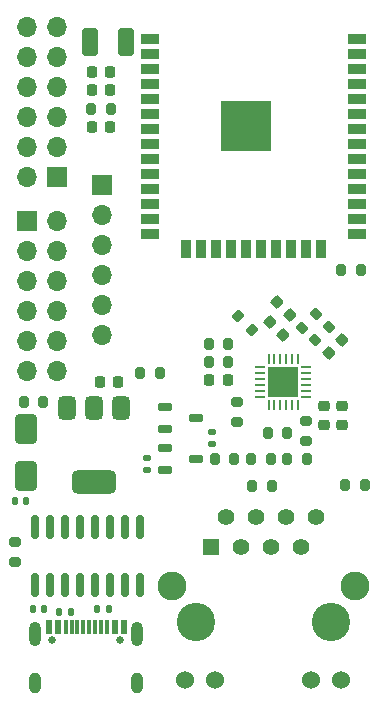
<source format=gbr>
%TF.GenerationSoftware,KiCad,Pcbnew,8.0.3*%
%TF.CreationDate,2024-11-02T12:13:14+01:00*%
%TF.ProjectId,ESP-Now-Gateway,4553502d-4e6f-4772-9d47-617465776179,rev?*%
%TF.SameCoordinates,Original*%
%TF.FileFunction,Soldermask,Top*%
%TF.FilePolarity,Negative*%
%FSLAX46Y46*%
G04 Gerber Fmt 4.6, Leading zero omitted, Abs format (unit mm)*
G04 Created by KiCad (PCBNEW 8.0.3) date 2024-11-02 12:13:14*
%MOMM*%
%LPD*%
G01*
G04 APERTURE LIST*
G04 Aperture macros list*
%AMRoundRect*
0 Rectangle with rounded corners*
0 $1 Rounding radius*
0 $2 $3 $4 $5 $6 $7 $8 $9 X,Y pos of 4 corners*
0 Add a 4 corners polygon primitive as box body*
4,1,4,$2,$3,$4,$5,$6,$7,$8,$9,$2,$3,0*
0 Add four circle primitives for the rounded corners*
1,1,$1+$1,$2,$3*
1,1,$1+$1,$4,$5*
1,1,$1+$1,$6,$7*
1,1,$1+$1,$8,$9*
0 Add four rect primitives between the rounded corners*
20,1,$1+$1,$2,$3,$4,$5,0*
20,1,$1+$1,$4,$5,$6,$7,0*
20,1,$1+$1,$6,$7,$8,$9,0*
20,1,$1+$1,$8,$9,$2,$3,0*%
G04 Aperture macros list end*
%ADD10R,1.700000X1.700000*%
%ADD11O,1.700000X1.700000*%
%ADD12RoundRect,0.200000X0.275000X-0.200000X0.275000X0.200000X-0.275000X0.200000X-0.275000X-0.200000X0*%
%ADD13RoundRect,0.200000X0.200000X0.275000X-0.200000X0.275000X-0.200000X-0.275000X0.200000X-0.275000X0*%
%ADD14C,3.250000*%
%ADD15R,1.398000X1.398000*%
%ADD16C,1.398000*%
%ADD17C,1.530000*%
%ADD18C,2.445000*%
%ADD19C,0.650000*%
%ADD20O,1.000000X2.100000*%
%ADD21O,1.000000X1.800000*%
%ADD22R,0.600000X1.150000*%
%ADD23R,0.300000X1.150000*%
%ADD24R,1.500000X0.900000*%
%ADD25R,0.900000X1.500000*%
%ADD26C,0.600000*%
%ADD27R,4.200000X4.200000*%
%ADD28RoundRect,0.062500X0.350000X0.062500X-0.350000X0.062500X-0.350000X-0.062500X0.350000X-0.062500X0*%
%ADD29RoundRect,0.062500X0.062500X0.350000X-0.062500X0.350000X-0.062500X-0.350000X0.062500X-0.350000X0*%
%ADD30R,2.600000X2.600000*%
%ADD31RoundRect,0.200000X-0.200000X-0.275000X0.200000X-0.275000X0.200000X0.275000X-0.200000X0.275000X0*%
%ADD32RoundRect,0.200000X-0.275000X0.200000X-0.275000X-0.200000X0.275000X-0.200000X0.275000X0.200000X0*%
%ADD33RoundRect,0.200000X-0.053033X0.335876X-0.335876X0.053033X0.053033X-0.335876X0.335876X-0.053033X0*%
%ADD34RoundRect,0.250000X0.412500X0.925000X-0.412500X0.925000X-0.412500X-0.925000X0.412500X-0.925000X0*%
%ADD35RoundRect,0.140000X-0.140000X-0.170000X0.140000X-0.170000X0.140000X0.170000X-0.140000X0.170000X0*%
%ADD36RoundRect,0.225000X-0.225000X-0.250000X0.225000X-0.250000X0.225000X0.250000X-0.225000X0.250000X0*%
%ADD37RoundRect,0.225000X-0.250000X0.225000X-0.250000X-0.225000X0.250000X-0.225000X0.250000X0.225000X0*%
%ADD38RoundRect,0.225000X-0.335876X-0.017678X-0.017678X-0.335876X0.335876X0.017678X0.017678X0.335876X0*%
%ADD39RoundRect,0.135000X0.185000X-0.135000X0.185000X0.135000X-0.185000X0.135000X-0.185000X-0.135000X0*%
%ADD40RoundRect,0.162500X-0.447500X-0.162500X0.447500X-0.162500X0.447500X0.162500X-0.447500X0.162500X0*%
%ADD41RoundRect,0.135000X-0.135000X-0.185000X0.135000X-0.185000X0.135000X0.185000X-0.135000X0.185000X0*%
%ADD42RoundRect,0.140000X0.140000X0.170000X-0.140000X0.170000X-0.140000X-0.170000X0.140000X-0.170000X0*%
%ADD43RoundRect,0.135000X0.135000X0.185000X-0.135000X0.185000X-0.135000X-0.185000X0.135000X-0.185000X0*%
%ADD44RoundRect,0.225000X0.225000X0.250000X-0.225000X0.250000X-0.225000X-0.250000X0.225000X-0.250000X0*%
%ADD45RoundRect,0.150000X0.150000X-0.825000X0.150000X0.825000X-0.150000X0.825000X-0.150000X-0.825000X0*%
%ADD46RoundRect,0.250000X-0.650000X1.000000X-0.650000X-1.000000X0.650000X-1.000000X0.650000X1.000000X0*%
%ADD47RoundRect,0.200000X-0.335876X-0.053033X-0.053033X-0.335876X0.335876X0.053033X0.053033X0.335876X0*%
%ADD48RoundRect,0.225000X0.017678X-0.335876X0.335876X-0.017678X-0.017678X0.335876X-0.335876X0.017678X0*%
%ADD49RoundRect,0.375000X-0.375000X0.625000X-0.375000X-0.625000X0.375000X-0.625000X0.375000X0.625000X0*%
%ADD50RoundRect,0.500000X-1.400000X0.500000X-1.400000X-0.500000X1.400000X-0.500000X1.400000X0.500000X0*%
G04 APERTURE END LIST*
D10*
%TO.C,J5*%
X104300000Y-81600000D03*
D11*
X106840000Y-81600000D03*
X104300000Y-84140000D03*
X106840000Y-84140000D03*
X104300000Y-86680000D03*
X106840000Y-86680000D03*
X104300000Y-89220000D03*
X106840000Y-89220000D03*
X104300000Y-91760000D03*
X106840000Y-91760000D03*
X104300000Y-94300000D03*
X106840000Y-94300000D03*
%TD*%
D10*
%TO.C,J4*%
X106800000Y-77900000D03*
D11*
X104260000Y-77900000D03*
X106800000Y-75360000D03*
X104260000Y-75360000D03*
X106800000Y-72820000D03*
X104260000Y-72820000D03*
X106800000Y-70280000D03*
X104260000Y-70280000D03*
X106800000Y-67740000D03*
X104260000Y-67740000D03*
X106800000Y-65200000D03*
X104260000Y-65200000D03*
%TD*%
D10*
%TO.C,J2*%
X110650000Y-78600000D03*
D11*
X110650000Y-81140000D03*
X110650000Y-83680000D03*
X110650000Y-86220000D03*
X110650000Y-88760000D03*
X110650000Y-91300000D03*
%TD*%
D12*
%TO.C,R20*%
X103250000Y-110475000D03*
X103250000Y-108825000D03*
%TD*%
D13*
%TO.C,R19*%
X115525000Y-94450000D03*
X113875000Y-94450000D03*
%TD*%
D14*
%TO.C,J1*%
X130000000Y-115600000D03*
X118570000Y-115600000D03*
D15*
X119835000Y-109250000D03*
D16*
X121105000Y-106710000D03*
X122375000Y-109250000D03*
X123645000Y-106710000D03*
X124915000Y-109250000D03*
X126185000Y-106710000D03*
X127455000Y-109250000D03*
X128725000Y-106710000D03*
D17*
X117660000Y-120500000D03*
X120200000Y-120500000D03*
X128370000Y-120500000D03*
X130910000Y-120500000D03*
D18*
X116540000Y-112550000D03*
X132030000Y-112550000D03*
%TD*%
D19*
%TO.C,USBC1*%
X106430000Y-117092500D03*
X112210000Y-117092500D03*
D20*
X105000000Y-116592500D03*
D21*
X105000000Y-120772500D03*
X113640000Y-120772500D03*
D20*
X113640000Y-116592500D03*
D22*
X106120000Y-116032500D03*
X106920000Y-116032500D03*
D23*
X108070000Y-116032500D03*
X109070000Y-116032500D03*
X109570000Y-116032500D03*
X110570000Y-116032500D03*
D22*
X112520000Y-116032500D03*
X111720000Y-116032500D03*
D23*
X111070000Y-116032500D03*
X110070000Y-116032500D03*
X108570000Y-116032500D03*
X107570000Y-116032500D03*
%TD*%
D24*
%TO.C,U2*%
X114750000Y-66195000D03*
X114750000Y-67465000D03*
X114750000Y-68735000D03*
X114750000Y-70005000D03*
X114750000Y-71275000D03*
X114750000Y-72545000D03*
X114750000Y-73815000D03*
X114750000Y-75085000D03*
X114750000Y-76355000D03*
X114750000Y-77625000D03*
X114750000Y-78895000D03*
X114750000Y-80165000D03*
X114750000Y-81435000D03*
X114750000Y-82705000D03*
D25*
X117790000Y-83955000D03*
X119060000Y-83955000D03*
X120330000Y-83955000D03*
X121600000Y-83955000D03*
X122870000Y-83955000D03*
X124140000Y-83955000D03*
X125410000Y-83955000D03*
X126680000Y-83955000D03*
X127950000Y-83955000D03*
X129220000Y-83955000D03*
D24*
X132250000Y-82705000D03*
X132250000Y-81435000D03*
X132250000Y-80165000D03*
X132250000Y-78895000D03*
X132250000Y-77625000D03*
X132250000Y-76355000D03*
X132250000Y-75085000D03*
X132250000Y-73815000D03*
X132250000Y-72545000D03*
X132250000Y-71275000D03*
X132250000Y-70005000D03*
X132250000Y-68735000D03*
X132250000Y-67465000D03*
X132250000Y-66195000D03*
D26*
X121295000Y-72772500D03*
X121295000Y-74297500D03*
X122057500Y-72010000D03*
X122057500Y-73535000D03*
X122057500Y-75060000D03*
X122820000Y-72772500D03*
D27*
X122820000Y-73535000D03*
D26*
X122820000Y-74297500D03*
X123582500Y-72010000D03*
X123582500Y-73535000D03*
X123582500Y-75060000D03*
X124345000Y-72772500D03*
X124345000Y-74297500D03*
%TD*%
D28*
%TO.C,U3*%
X127937500Y-96500000D03*
X127937500Y-96000000D03*
X127937500Y-95500000D03*
X127937500Y-95000000D03*
X127937500Y-94500000D03*
X127937500Y-94000000D03*
D29*
X127250000Y-93312500D03*
X126750000Y-93312500D03*
X126250000Y-93312500D03*
X125750000Y-93312500D03*
X125250000Y-93312500D03*
X124750000Y-93312500D03*
D28*
X124062500Y-94000000D03*
X124062500Y-94500000D03*
X124062500Y-95000000D03*
X124062500Y-95500000D03*
X124062500Y-96000000D03*
X124062500Y-96500000D03*
D29*
X124750000Y-97187500D03*
X125250000Y-97187500D03*
X125750000Y-97187500D03*
X126250000Y-97187500D03*
X126750000Y-97187500D03*
X127250000Y-97187500D03*
D30*
X126000000Y-95250000D03*
%TD*%
D31*
%TO.C,R14*%
X131225000Y-104000000D03*
X132875000Y-104000000D03*
%TD*%
D12*
%TO.C,L1*%
X122100000Y-98625000D03*
X122100000Y-96975000D03*
%TD*%
D32*
%TO.C,R11*%
X127950000Y-98575000D03*
X127950000Y-100225000D03*
%TD*%
D33*
%TO.C,R9*%
X129883363Y-90566637D03*
X128716637Y-91733363D03*
%TD*%
D34*
%TO.C,C4*%
X112687500Y-66500000D03*
X109612500Y-66500000D03*
%TD*%
D35*
%TO.C,C5*%
X103250000Y-105290000D03*
X104210000Y-105290000D03*
%TD*%
D36*
%TO.C,C2*%
X110475000Y-95250000D03*
X112025000Y-95250000D03*
%TD*%
D37*
%TO.C,C8*%
X131000000Y-97325000D03*
X131000000Y-98875000D03*
%TD*%
D38*
%TO.C,C7*%
X124901992Y-90151992D03*
X125998008Y-91248008D03*
%TD*%
D13*
%TO.C,R6*%
X132575000Y-85750000D03*
X130925000Y-85750000D03*
%TD*%
D31*
%TO.C,R3*%
X123350000Y-104075000D03*
X125000000Y-104075000D03*
%TD*%
D13*
%TO.C,R5*%
X120175000Y-101750000D03*
X121825000Y-101750000D03*
%TD*%
D36*
%TO.C,C14*%
X109775000Y-73650000D03*
X111325000Y-73650000D03*
%TD*%
D39*
%TO.C,R15*%
X120000000Y-99490000D03*
X120000000Y-100510000D03*
%TD*%
D36*
%TO.C,C12*%
X109775000Y-70550000D03*
X111325000Y-70550000D03*
%TD*%
D40*
%TO.C,Q2*%
X115980000Y-100820000D03*
X115980000Y-102720000D03*
X118600000Y-101770000D03*
%TD*%
D41*
%TO.C,R18*%
X110240000Y-114500000D03*
X111260000Y-114500000D03*
%TD*%
D33*
%TO.C,R8*%
X128783363Y-89516637D03*
X127616637Y-90683363D03*
%TD*%
D42*
%TO.C,C13*%
X105730000Y-114500000D03*
X104770000Y-114500000D03*
%TD*%
D43*
%TO.C,R17*%
X108010000Y-114750000D03*
X106990000Y-114750000D03*
%TD*%
D39*
%TO.C,R16*%
X114500000Y-102710000D03*
X114500000Y-101690000D03*
%TD*%
D44*
%TO.C,C3*%
X111325000Y-69000000D03*
X109775000Y-69000000D03*
%TD*%
D13*
%TO.C,C1*%
X105655000Y-96920000D03*
X104005000Y-96920000D03*
%TD*%
D45*
%TO.C,U4*%
X104955000Y-112475000D03*
X106225000Y-112475000D03*
X107495000Y-112475000D03*
X108765000Y-112475000D03*
X110035000Y-112475000D03*
X111305000Y-112475000D03*
X112575000Y-112475000D03*
X113845000Y-112475000D03*
X113845000Y-107525000D03*
X112575000Y-107525000D03*
X111305000Y-107525000D03*
X110035000Y-107525000D03*
X108765000Y-107525000D03*
X107495000Y-107525000D03*
X106225000Y-107525000D03*
X104955000Y-107525000D03*
%TD*%
D38*
%TO.C,C6*%
X125451992Y-88451992D03*
X126548008Y-89548008D03*
%TD*%
D46*
%TO.C,D1*%
X104250000Y-99250000D03*
X104250000Y-103250000D03*
%TD*%
D13*
%TO.C,R7*%
X111375000Y-72100000D03*
X109725000Y-72100000D03*
%TD*%
D47*
%TO.C,R10*%
X122166637Y-89666637D03*
X123333363Y-90833363D03*
%TD*%
D13*
%TO.C,R1*%
X126350000Y-99550000D03*
X124700000Y-99550000D03*
%TD*%
D31*
%TO.C,R2*%
X123275000Y-101750000D03*
X124925000Y-101750000D03*
%TD*%
D37*
%TO.C,C10*%
X129450000Y-97325000D03*
X129450000Y-98875000D03*
%TD*%
D13*
%TO.C,R4*%
X127975000Y-101750000D03*
X126325000Y-101750000D03*
%TD*%
D40*
%TO.C,Q1*%
X115990000Y-97350000D03*
X115990000Y-99250000D03*
X118610000Y-98300000D03*
%TD*%
D13*
%TO.C,R13*%
X121325000Y-92000000D03*
X119675000Y-92000000D03*
%TD*%
D48*
%TO.C,C9*%
X129851992Y-92798008D03*
X130948008Y-91701992D03*
%TD*%
D49*
%TO.C,U1*%
X112260000Y-97420000D03*
X109960000Y-97420000D03*
D50*
X109960000Y-103720000D03*
D49*
X107660000Y-97420000D03*
%TD*%
D31*
%TO.C,R12*%
X119675000Y-93525000D03*
X121325000Y-93525000D03*
%TD*%
D44*
%TO.C,C11*%
X121275000Y-95050000D03*
X119725000Y-95050000D03*
%TD*%
M02*

</source>
